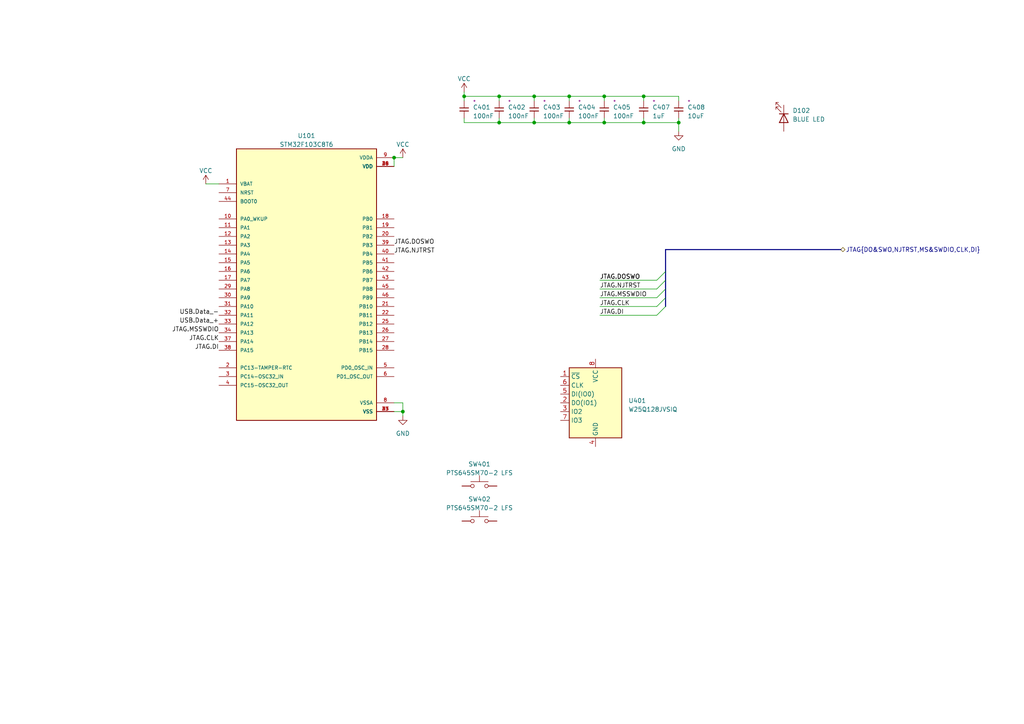
<source format=kicad_sch>
(kicad_sch (version 20230121) (generator eeschema)
  (paper "A4")
  (lib_symbols
    (symbol "Device:LED" (pin_numbers hide) (pin_names (offset 1.016) hide)
      (property "Reference" "D" (at 0 2.54 0))
      (property "Value" "LED" (at 0 -2.54 0))
      (symbol "LED_0_1"
        (polyline (pts (xy -1.27 -1.27) (xy -1.27 1.27)) (stroke (width 0.254)))
        (polyline (pts (xy -1.27 0) (xy 1.27 0)))
        (polyline (pts (xy 1.27 -1.27) (xy 1.27 1.27) (xy -1.27 0) (xy 1.27 -1.27)) (stroke (width 0.254)))
        (polyline (pts (xy -3.048 -0.762) (xy -4.572 -2.286) (xy -3.81 -2.286) (xy -4.572 -2.286) (xy -4.572 -1.524)))
        (polyline (pts (xy -1.778 -0.762) (xy -3.302 -2.286) (xy -2.54 -2.286) (xy -3.302 -2.286) (xy -3.302 -1.524)))
      )
      (symbol "LED_1_1"
        (pin passive line (at -3.81 0 0) (length 2.54) (name "K") (number "1"))
        (pin passive line (at 3.81 0 180) (length 2.54) (name "A") (number "2"))
      )
    )
    (symbol "Memory_Flash:W25Q128JVS"
      (property "Reference" "U" (at -8.89 8.89 0))
      (property "Value" "W25Q128JVS" (at 7.62 8.89 0))
      (symbol "W25Q128JVS_0_1"
        (rectangle (start -7.62 10.16) (end 7.62 -10.16) (stroke (width 0.254)) (fill (type background)))
      )
      (symbol "W25Q128JVS_1_1"
        (pin input line (at -10.16 7.62 0) (length 2.54) (name "~{CS}") (number "1"))
        (pin bidirectional line (at -10.16 0 0) (length 2.54) (name "DO(IO1)") (number "2"))
        (pin bidirectional line (at -10.16 -2.54 0) (length 2.54) (name "IO2") (number "3"))
        (pin power_in line (at 0 -12.7 90) (length 2.54) (name "GND") (number "4"))
        (pin bidirectional line (at -10.16 2.54 0) (length 2.54) (name "DI(IO0)") (number "5"))
        (pin input line (at -10.16 5.08 0) (length 2.54) (name "CLK") (number "6"))
        (pin bidirectional line (at -10.16 -5.08 0) (length 2.54) (name "IO3") (number "7"))
        (pin power_in line (at 0 12.7 270) (length 2.54) (name "VCC") (number "8"))
      )
    )
    (symbol "PCM_Generic-50:C,IEC" (pin_numbers hide) (pin_names (offset 0) hide)
      (property "Reference" "C" (at 1.27 1.27 0))
      (property "Value" "C,IEC" (at 1.27 -1.27 0))
      (property "Indicator" "+" (at -1.27 1.27 0))
      (symbol "C,IEC_1_1"
        (polyline (pts (xy -1.27 -0.4572) (xy 1.27 -0.4572)) (stroke (width 0.254)))
        (polyline (pts (xy -1.27 0.4572) (xy 1.27 0.4572)) (stroke (width 0.254)))
        (pin passive line (at 0 2.54 270) (length 2.0828) (name "+") (number "1"))
        (pin passive line (at 0 -2.54 90) (length 2.0828) (name "-") (number "2"))
      )
    )
    (symbol "lil-flite:PTS645SM70-2 LFS" (pin_numbers hide) (pin_names (offset 1.016) hide)
      (property "Reference" "SW" (at 1.27 2.54 0))
      (property "Value" "PTS645SM70-2 LFS" (at 0 -1.524 0))
      (symbol "PTS645SM70-2 LFS_0_1"
        (circle (center -2.032 0) (radius 0.508))
        (polyline (pts (xy 0 1.27) (xy 0 3.048)))
        (polyline (pts (xy 2.54 1.27) (xy -2.54 1.27)))
        (circle (center 2.032 0) (radius 0.508))
        (pin passive line (at 5.08 0 180) (length 2.54) (name "2") (number "2"))
      )
      (symbol "PTS645SM70-2 LFS_1_1"
        (pin passive line (at -5.08 0 0) (length 2.54) (name "1") (number "1"))
        (pin passive line (at -5.08 0 0) (length 2.54) (name "3") (number "3"))
        (pin passive line (at 5.08 0 180) (length 2.54) (name "4") (number "4"))
      )
    )
    (symbol "lil-flite:STM32F103C8T6" (pin_names (offset 1.016))
      (property "Reference" "U" (at -20.32 41.275 0))
      (property "Value" "STM32F103C8T6" (at -20.32 -40.64 0))
      (symbol "STM32F103C8T6_0_0"
        (rectangle (start -20.32 -38.1) (end 20.32 40.64) (stroke (width 0.254)) (fill (type background)))
        (pin bidirectional line (at -25.4 30.48 0) (length 5.08) (name "VBAT") (number "1"))
        (pin bidirectional line (at -25.4 20.32 0) (length 5.08) (name "PA0_WKUP") (number "10"))
        (pin bidirectional line (at -25.4 17.78 0) (length 5.08) (name "PA1") (number "11"))
        (pin bidirectional line (at -25.4 15.24 0) (length 5.08) (name "PA2") (number "12"))
        (pin bidirectional line (at -25.4 12.7 0) (length 5.08) (name "PA3") (number "13"))
        (pin bidirectional line (at -25.4 10.16 0) (length 5.08) (name "PA4") (number "14"))
        (pin bidirectional line (at -25.4 7.62 0) (length 5.08) (name "PA5") (number "15"))
        (pin bidirectional line (at -25.4 5.08 0) (length 5.08) (name "PA6") (number "16"))
        (pin bidirectional line (at -25.4 2.54 0) (length 5.08) (name "PA7") (number "17"))
        (pin bidirectional line (at 25.4 20.32 180) (length 5.08) (name "PB0") (number "18"))
        (pin bidirectional line (at 25.4 17.78 180) (length 5.08) (name "PB1") (number "19"))
        (pin bidirectional line (at -25.4 -22.86 0) (length 5.08) (name "PC13-TAMPER-RTC") (number "2"))
        (pin bidirectional line (at 25.4 15.24 180) (length 5.08) (name "PB2") (number "20"))
        (pin bidirectional line (at 25.4 -5.08 180) (length 5.08) (name "PB10") (number "21"))
        (pin bidirectional line (at 25.4 -7.62 180) (length 5.08) (name "PB11") (number "22"))
        (pin power_in line (at 25.4 -35.56 180) (length 5.08) (name "VSS") (number "23"))
        (pin power_in line (at 25.4 35.56 180) (length 5.08) (name "VDD") (number "24"))
        (pin bidirectional line (at 25.4 -10.16 180) (length 5.08) (name "PB12") (number "25"))
        (pin bidirectional line (at 25.4 -12.7 180) (length 5.08) (name "PB13") (number "26"))
        (pin bidirectional line (at 25.4 -15.24 180) (length 5.08) (name "PB14") (number "27"))
        (pin bidirectional line (at 25.4 -17.78 180) (length 5.08) (name "PB15") (number "28"))
        (pin bidirectional line (at -25.4 0 0) (length 5.08) (name "PA8") (number "29"))
        (pin bidirectional line (at -25.4 -25.4 0) (length 5.08) (name "PC14-OSC32_IN") (number "3"))
        (pin bidirectional line (at -25.4 -2.54 0) (length 5.08) (name "PA9") (number "30"))
        (pin bidirectional line (at -25.4 -5.08 0) (length 5.08) (name "PA10") (number "31"))
        (pin bidirectional line (at -25.4 -7.62 0) (length 5.08) (name "PA11") (number "32"))
        (pin bidirectional line (at -25.4 -10.16 0) (length 5.08) (name "PA12") (number "33"))
        (pin bidirectional line (at -25.4 -12.7 0) (length 5.08) (name "PA13") (number "34"))
        (pin power_in line (at 25.4 -35.56 180) (length 5.08) (name "VSS") (number "35"))
        (pin power_in line (at 25.4 35.56 180) (length 5.08) (name "VDD") (number "36"))
        (pin bidirectional line (at -25.4 -15.24 0) (length 5.08) (name "PA14") (number "37"))
        (pin bidirectional line (at -25.4 -17.78 0) (length 5.08) (name "PA15") (number "38"))
        (pin bidirectional line (at 25.4 12.7 180) (length 5.08) (name "PB3") (number "39"))
        (pin bidirectional line (at -25.4 -27.94 0) (length 5.08) (name "PC15-OSC32_OUT") (number "4"))
        (pin bidirectional line (at 25.4 10.16 180) (length 5.08) (name "PB4") (number "40"))
        (pin bidirectional line (at 25.4 7.62 180) (length 5.08) (name "PB5") (number "41"))
        (pin bidirectional line (at 25.4 5.08 180) (length 5.08) (name "PB6") (number "42"))
        (pin bidirectional line (at 25.4 2.54 180) (length 5.08) (name "PB7") (number "43"))
        (pin input line (at -25.4 25.4 0) (length 5.08) (name "BOOT0") (number "44"))
        (pin bidirectional line (at 25.4 0 180) (length 5.08) (name "PB8") (number "45"))
        (pin bidirectional line (at 25.4 -2.54 180) (length 5.08) (name "PB9") (number "46"))
        (pin power_in line (at 25.4 -35.56 180) (length 5.08) (name "VSS") (number "47"))
        (pin power_in line (at 25.4 35.56 180) (length 5.08) (name "VDD") (number "48"))
        (pin bidirectional line (at 25.4 -22.86 180) (length 5.08) (name "PD0_OSC_IN") (number "5"))
        (pin bidirectional line (at 25.4 -25.4 180) (length 5.08) (name "PD1_OSC_OUT") (number "6"))
        (pin input line (at -25.4 27.94 0) (length 5.08) (name "NRST") (number "7"))
        (pin power_in line (at 25.4 -33.02 180) (length 5.08) (name "VSSA") (number "8"))
        (pin power_in line (at 25.4 38.1 180) (length 5.08) (name "VDDA") (number "9"))
      )
    )
    (symbol "power:GND" (power) (pin_names (offset 0))
      (property "Value" "GND" (at 0 -3.81 0))
      (symbol "GND_0_1"
        (polyline (pts (xy 0 0) (xy 0 -1.27) (xy 1.27 -1.27) (xy 0 -2.54) (xy -1.27 -1.27) (xy 0 -1.27)))
      )
      (symbol "GND_1_1"
        (pin power_in line (at 0 0 270) (length 0) hide (name "GND") (number "1"))
      )
    )
    (symbol "power:VCC" (power) (pin_names (offset 0))
      (property "Value" "VCC" (at 0 3.81 0))
      (symbol "VCC_0_1"
        (polyline (pts (xy -0.762 1.27) (xy 0 2.54)))
        (polyline (pts (xy 0 0) (xy 0 2.54)))
        (polyline (pts (xy 0 2.54) (xy 0.762 1.27)))
      )
      (symbol "VCC_1_1"
        (pin power_in line (at 0 0 90) (length 0) hide (name "VCC") (number "1"))
      )
    )
  )
  (junction (at 154.94 27.94))
  (junction (at 134.62 27.94))
  (junction (at 144.78 35.56))
  (junction (at 165.1 27.94))
  (junction (at 116.84 119.38))
  (junction (at 196.85 35.56))
  (junction (at 144.78 27.94))
  (junction (at 114.3 45.72))
  (junction (at 154.94 35.56))
  (junction (at 186.69 27.94))
  (junction (at 186.69 35.56))
  (junction (at 175.26 35.56))
  (junction (at 175.26 27.94))
  (junction (at 165.1 35.56))
  (bus_entry (at 193.04 81.28) (size -2.54 2.54))
  (bus_entry (at 193.04 88.9) (size -2.54 2.54))
  (bus_entry (at 193.04 83.82) (size -2.54 2.54))
  (bus_entry (at 193.04 86.36) (size -2.54 2.54))
  (bus_entry (at 193.04 78.74) (size -2.54 2.54))
  (wire (pts (xy 134.62 27.94) (xy 144.78 27.94)))
  (wire (pts (xy 154.94 29.21) (xy 154.94 27.94)))
  (wire (pts (xy 196.85 34.29) (xy 196.85 35.56)))
  (wire (pts (xy 175.26 29.21) (xy 175.26 27.94)))
  (wire (pts (xy 196.85 35.56) (xy 186.69 35.56)))
  (bus (pts (xy 193.04 86.36) (xy 193.04 88.9)))
  (wire (pts (xy 186.69 29.21) (xy 186.69 27.94)))
  (wire (pts (xy 116.84 119.38) (xy 116.84 120.65)))
  (wire (pts (xy 154.94 27.94) (xy 165.1 27.94)))
  (wire (pts (xy 134.62 26.67) (xy 134.62 27.94)))
  (wire (pts (xy 134.62 27.94) (xy 134.62 29.21)))
  (wire (pts (xy 165.1 35.56) (xy 175.26 35.56)))
  (bus (pts (xy 193.04 78.74) (xy 193.04 81.28)))
  (bus (pts (xy 193.04 72.39) (xy 243.84 72.39)))
  (wire (pts (xy 134.62 35.56) (xy 144.78 35.56)))
  (wire (pts (xy 154.94 35.56) (xy 165.1 35.56)))
  (bus (pts (xy 193.04 81.28) (xy 193.04 83.82)))
  (wire (pts (xy 175.26 35.56) (xy 186.69 35.56)))
  (wire (pts (xy 175.26 34.29) (xy 175.26 35.56)))
  (bus (pts (xy 193.04 83.82) (xy 193.04 86.36)))
  (wire (pts (xy 175.26 27.94) (xy 186.69 27.94)))
  (wire (pts (xy 114.3 119.38) (xy 116.84 119.38)))
  (wire (pts (xy 154.94 34.29) (xy 154.94 35.56)))
  (wire (pts (xy 190.5 91.44) (xy 173.99 91.44)))
  (wire (pts (xy 186.69 34.29) (xy 186.69 35.56)))
  (wire (pts (xy 134.62 34.29) (xy 134.62 35.56)))
  (wire (pts (xy 165.1 34.29) (xy 165.1 35.56)))
  (bus (pts (xy 193.04 72.39) (xy 193.04 78.74)))
  (wire (pts (xy 144.78 35.56) (xy 154.94 35.56)))
  (wire (pts (xy 190.5 86.36) (xy 173.99 86.36)))
  (wire (pts (xy 114.3 45.72) (xy 114.3 48.26)))
  (wire (pts (xy 190.5 83.82) (xy 173.99 83.82)))
  (wire (pts (xy 144.78 34.29) (xy 144.78 35.56)))
  (wire (pts (xy 144.78 29.21) (xy 144.78 27.94)))
  (wire (pts (xy 165.1 29.21) (xy 165.1 27.94)))
  (wire (pts (xy 114.3 116.84) (xy 116.84 116.84)))
  (wire (pts (xy 190.5 88.9) (xy 173.99 88.9)))
  (wire (pts (xy 186.69 27.94) (xy 196.85 27.94)))
  (wire (pts (xy 196.85 35.56) (xy 196.85 38.1)))
  (wire (pts (xy 114.3 45.72) (xy 116.84 45.72)))
  (wire (pts (xy 59.69 53.34) (xy 63.5 53.34)))
  (wire (pts (xy 144.78 27.94) (xy 154.94 27.94)))
  (wire (pts (xy 165.1 27.94) (xy 175.26 27.94)))
  (wire (pts (xy 190.5 81.28) (xy 173.99 81.28)))
  (wire (pts (xy 196.85 27.94) (xy 196.85 29.21)))
  (wire (pts (xy 116.84 116.84) (xy 116.84 119.38)))
  (label "USB.Data_-" (at 63.5 91.44 180))
  (label "JTAG.DOSWO" (at 173.99 81.28 0))
  (label "JTAG.DOSWO" (at 173.99 81.28 0))
  (label "JTAG.MSSWDIO" (at 63.5 96.52 180))
  (label "JTAG.CLK" (at 63.5 99.06 180))
  (label "JTAG.DOSWO" (at 114.3 71.12 0))
  (label "JTAG.NJTRST" (at 173.99 83.82 0))
  (label "JTAG.DI" (at 173.99 91.44 0))
  (label "USB.Data_+" (at 63.5 93.98 180))
  (label "JTAG.CLK" (at 173.99 88.9 0))
  (label "JTAG.MSSWDIO" (at 173.99 86.36 0))
  (label "JTAG.DI" (at 63.5 101.6 180))
  (label "JTAG.NJTRST" (at 114.3 73.66 0))
  (hierarchical_label "JTAG{DO&SWO,NJTRST,MS&SWDIO,CLK,DI}" (shape bidirectional) (at 243.84 72.39 0))
  (symbol (lib_id "power:GND") (at 116.84 120.65 0) (unit 1)
    (property "Reference" "#PWR0404" (effects hide))
    (property "Value" "GND" (at 116.84 125.73 0))
  )
  (symbol (lib_id "power:VCC") (at 134.62 26.67 0) (unit 1)
    (property "Reference" "#PWR0401" (effects hide))
    (property "Value" "VCC" (at 134.62 22.86 0))
  )
  (symbol (lib_id "lil-flite:PTS645SM70-2 LFS") (at 139.065 151.13 0) (unit 1)
    (property "Reference" "SW402" (at 139.065 144.78 0))
    (property "Value" "PTS645SM70-2 LFS" (at 139.065 147.32 0))
    (property "Footprint" "lil-flite:PTS645SM70-2 LFS" (effects hide))
  )
  (symbol (lib_id "PCM_Generic-50:C,IEC") (at 165.1 31.75 0) (mirror x) (unit 1)
    (property "Reference" "C404" (at 167.64 31.115 0) (effects (justify left)))
    (property "Value" "100nF" (at 167.64 33.655 0) (effects (justify left)))
    (property "Footprint" "Capacitor_SMD:C_0603_1608Metric_Pad1.08x0.95mm_HandSolder" (effects hide))
    (property "Indicator" "+" (at 167.64 29.21 0) (effects (font (size 0.635 0.635)) (justify left)))
  )
  (symbol (lib_id "Device:LED") (at 227.33 34.29 270) (unit 1)
    (property "Reference" "D102" (at 229.87 32.0675 90) (effects (justify left)))
    (property "Value" "BLUE LED" (at 229.87 34.6075 90) (effects (justify left)))
    (property "Footprint" "LED_SMD:LED_0603_1608Metric_Pad1.05x0.95mm_HandSolder" (effects hide))
    (property "LCSC Part #" "C72041" (effects hide))
    (instances (project "lil-flite" (path "" (reference "D102") (unit 1)) (path "" (reference "D501") (unit 1))))
  )
  (symbol (lib_id "lil-flite:PTS645SM70-2 LFS") (at 139.065 140.97 0) (unit 1)
    (property "Reference" "SW401" (at 139.065 134.62 0))
    (property "Value" "PTS645SM70-2 LFS" (at 139.065 137.16 0))
    (property "Footprint" "lil-flite:PTS645SM70-2 LFS" (effects hide))
  )
  (symbol (lib_id "PCM_Generic-50:C,IEC") (at 144.78 31.75 0) (mirror x) (unit 1)
    (property "Reference" "C402" (at 147.32 31.115 0) (effects (justify left)))
    (property "Value" "100nF" (at 147.32 33.655 0) (effects (justify left)))
    (property "Footprint" "Capacitor_SMD:C_0603_1608Metric_Pad1.08x0.95mm_HandSolder" (effects hide))
    (property "Indicator" "+" (at 147.32 29.21 0) (effects (font (size 0.635 0.635)) (justify left)))
  )
  (symbol (lib_id "PCM_Generic-50:C,IEC") (at 134.62 31.75 0) (mirror x) (unit 1)
    (property "Reference" "C401" (at 137.16 31.115 0) (effects (justify left)))
    (property "Value" "100nF" (at 137.16 33.655 0) (effects (justify left)))
    (property "Footprint" "Capacitor_SMD:C_0603_1608Metric_Pad1.08x0.95mm_HandSolder" (effects hide))
    (property "Indicator" "+" (at 137.16 29.21 0) (effects (font (size 0.635 0.635)) (justify left)))
  )
  (symbol (lib_id "PCM_Generic-50:C,IEC") (at 196.85 31.75 0) (mirror x) (unit 1)
    (property "Reference" "C408" (at 199.39 31.115 0) (effects (justify left)))
    (property "Value" "10uF" (at 199.39 33.655 0) (effects (justify left)))
    (property "Footprint" "Capacitor_SMD:C_0603_1608Metric_Pad1.08x0.95mm_HandSolder" (effects hide))
    (property "Indicator" "+" (at 199.39 29.21 0) (effects (font (size 0.635 0.635)) (justify left)))
  )
  (symbol (lib_id "PCM_Generic-50:C,IEC") (at 186.69 31.75 0) (mirror x) (unit 1)
    (property "Reference" "C407" (at 189.23 31.115 0) (effects (justify left)))
    (property "Value" "1uF" (at 189.23 33.655 0) (effects (justify left)))
    (property "Footprint" "Capacitor_SMD:C_0603_1608Metric_Pad1.08x0.95mm_HandSolder" (effects hide))
    (property "Indicator" "+" (at 189.23 29.21 0) (effects (font (size 0.635 0.635)) (justify left)))
  )
  (symbol (lib_id "power:VCC") (at 116.84 45.72 0) (unit 1)
    (property "Reference" "#PWR0403" (effects hide))
    (property "Value" "VCC" (at 116.84 41.91 0))
  )
  (symbol (lib_id "PCM_Generic-50:C,IEC") (at 154.94 31.75 0) (mirror x) (unit 1)
    (property "Reference" "C403" (at 157.48 31.115 0) (effects (justify left)))
    (property "Value" "100nF" (at 157.48 33.655 0) (effects (justify left)))
    (property "Footprint" "Capacitor_SMD:C_0603_1608Metric_Pad1.08x0.95mm_HandSolder" (effects hide))
    (property "Indicator" "+" (at 157.48 29.21 0) (effects (font (size 0.635 0.635)) (justify left)))
  )
  (symbol (lib_id "power:GND") (at 196.85 38.1 0) (unit 1)
    (property "Reference" "#PWR0402" (effects hide))
    (property "Value" "GND" (at 196.85 43.18 0))
  )
  (symbol (lib_id "Memory_Flash:W25Q128JVS") (at 172.72 116.84 0) (unit 1)
    (property "Reference" "U401" (at 182.245 116.205 0) (effects (justify left)))
    (property "Value" "W25Q128JVSIQ" (at 182.245 118.745 0) (effects (justify left)))
    (property "Footprint" "Package_SO:SOIC-8_5.23x5.23mm_P1.27mm" (effects hide))
    (property "Datasheet" "http://www.winbond.com/resource-files/w25q128jv_dtr%20revc%2003272018%20plus.pdf" (effects hide))
  )
  (symbol (lib_id "power:VCC") (at 59.69 53.34 0) (unit 1)
    (property "Reference" "#PWR0405" (effects hide))
    (property "Value" "VCC" (at 59.69 49.53 0))
  )
  (symbol (lib_id "PCM_Generic-50:C,IEC") (at 175.26 31.75 0) (mirror x) (unit 1)
    (property "Reference" "C405" (at 177.8 31.115 0) (effects (justify left)))
    (property "Value" "100nF" (at 177.8 33.655 0) (effects (justify left)))
    (property "Footprint" "Capacitor_SMD:C_0603_1608Metric_Pad1.08x0.95mm_HandSolder" (effects hide))
    (property "Indicator" "+" (at 177.8 29.21 0) (effects (font (size 0.635 0.635)) (justify left)))
  )
  (symbol (lib_id "lil-flite:STM32F103C8T6") (at 88.9 83.82 0) (unit 1)
    (property "Reference" "U101" (at 88.9 39.37 0))
    (property "Value" "STM32F103C8T6" (at 88.9 41.91 0))
    (property "Footprint" "lil-flite:QFP50P900X900X160-48N" (effects hide))
    (property "PARTREV" "10" (effects hide))
    (property "MANUFACTURER" "ST Microelectronics" (effects hide))
    (property "STANDARD" "IPC7351B" (effects hide))
    (instances (project "lil-flite" (path "" (reference "U101") (unit 1)) (path "" (reference "U501") (unit 1))))
  )
)
</source>
